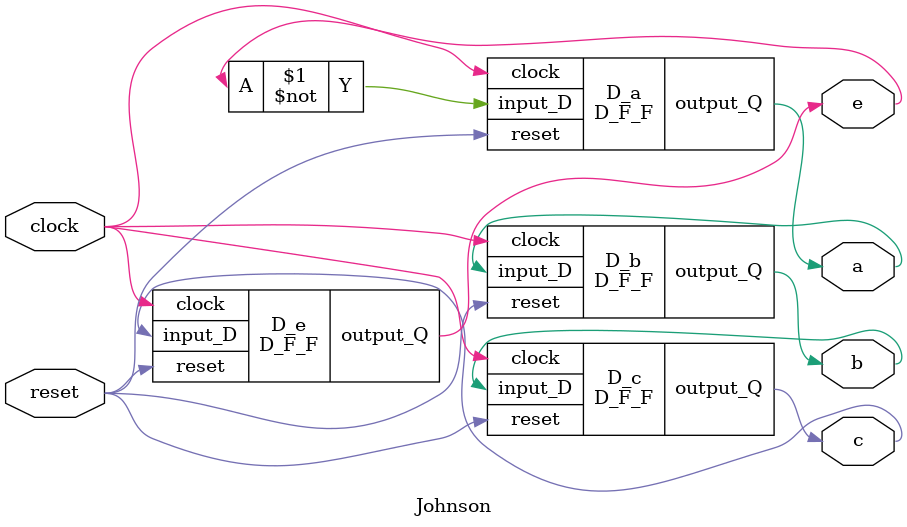
<source format=v>
module D_F_F(output_Q,input_D,clock,reset);
    input input_D,clock,reset;
    output reg output_Q;
    always@(posedge clock,negedge reset)
        if(reset==0) output_Q<=0;
        else    
            output_Q<=input_D;



endmodule

module Johnson(a,b,c,e,clock,reset);    
    input clock,reset;
    output a,b,c,e;

    D_F_F D_a(a,~e,clock,reset);
    D_F_F D_b(b,a,clock,reset);
    D_F_F D_c(c,b,clock,reset);
    D_F_F D_e(e,c,clock,reset);
endmodule
</source>
